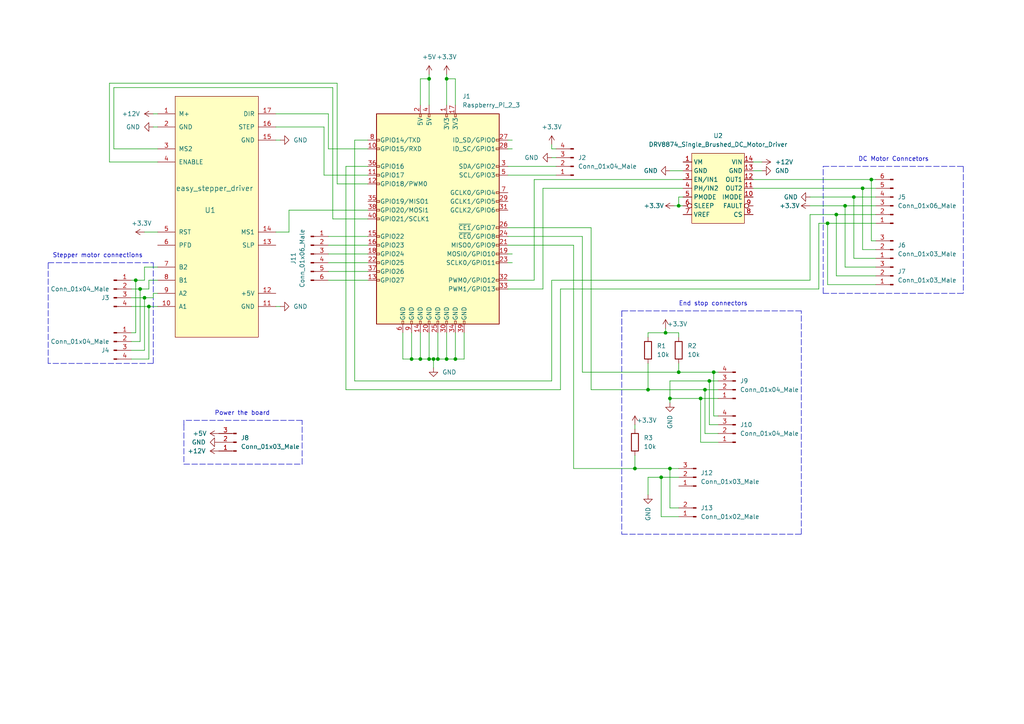
<source format=kicad_sch>
(kicad_sch (version 20211123) (generator eeschema)
  (paper "A4")
  (lib_symbols
    (symbol "Connector:Conn_01x02_Male" (pin_names (offset 1.016) hide)
      (property "Reference" "J" (at 0 2.54 0))
      (property "Value" "Conn_01x02_Male" (at 0 -5.08 0))
      (symbol "Conn_01x02_Male_1_1"
        (polyline (pts (xy 1.27 -2.54) (xy 0.8636 -2.54)) (stroke (width 0.1524)))
        (polyline (pts (xy 1.27 0) (xy 0.8636 0)) (stroke (width 0.1524)))
        (rectangle (start 0.8636 -2.413) (end 0 -2.667) (stroke (width 0.1524)) (fill (type outline)))
        (rectangle (start 0.8636 0.127) (end 0 -0.127) (stroke (width 0.1524)) (fill (type outline)))
        (pin passive line (at 5.08 0 180) (length 3.81) (name "Pin_1") (number "1"))
        (pin passive line (at 5.08 -2.54 180) (length 3.81) (name "Pin_2") (number "2"))
      )
    )
    (symbol "Connector:Conn_01x03_Male" (pin_names (offset 1.016) hide)
      (property "Reference" "J" (at 0 5.08 0))
      (property "Value" "Conn_01x03_Male" (at 0 -5.08 0))
      (symbol "Conn_01x03_Male_1_1"
        (polyline (pts (xy 1.27 -2.54) (xy 0.8636 -2.54)) (stroke (width 0.1524)))
        (polyline (pts (xy 1.27 0) (xy 0.8636 0)) (stroke (width 0.1524)))
        (polyline (pts (xy 1.27 2.54) (xy 0.8636 2.54)) (stroke (width 0.1524)))
        (rectangle (start 0.8636 -2.413) (end 0 -2.667) (stroke (width 0.1524)) (fill (type outline)))
        (rectangle (start 0.8636 0.127) (end 0 -0.127) (stroke (width 0.1524)) (fill (type outline)))
        (rectangle (start 0.8636 2.667) (end 0 2.413) (stroke (width 0.1524)) (fill (type outline)))
        (pin passive line (at 5.08 2.54 180) (length 3.81) (name "Pin_1") (number "1"))
        (pin passive line (at 5.08 0 180) (length 3.81) (name "Pin_2") (number "2"))
        (pin passive line (at 5.08 -2.54 180) (length 3.81) (name "Pin_3") (number "3"))
      )
    )
    (symbol "Connector:Conn_01x04_Male" (pin_names (offset 1.016) hide)
      (property "Reference" "J" (at 0 5.08 0))
      (property "Value" "Conn_01x04_Male" (at 0 -7.62 0))
      (symbol "Conn_01x04_Male_1_1"
        (polyline (pts (xy 1.27 -5.08) (xy 0.8636 -5.08)) (stroke (width 0.1524)))
        (polyline (pts (xy 1.27 -2.54) (xy 0.8636 -2.54)) (stroke (width 0.1524)))
        (polyline (pts (xy 1.27 0) (xy 0.8636 0)) (stroke (width 0.1524)))
        (polyline (pts (xy 1.27 2.54) (xy 0.8636 2.54)) (stroke (width 0.1524)))
        (rectangle (start 0.8636 -4.953) (end 0 -5.207) (stroke (width 0.1524)) (fill (type outline)))
        (rectangle (start 0.8636 -2.413) (end 0 -2.667) (stroke (width 0.1524)) (fill (type outline)))
        (rectangle (start 0.8636 0.127) (end 0 -0.127) (stroke (width 0.1524)) (fill (type outline)))
        (rectangle (start 0.8636 2.667) (end 0 2.413) (stroke (width 0.1524)) (fill (type outline)))
        (pin passive line (at 5.08 2.54 180) (length 3.81) (name "Pin_1") (number "1"))
        (pin passive line (at 5.08 0 180) (length 3.81) (name "Pin_2") (number "2"))
        (pin passive line (at 5.08 -2.54 180) (length 3.81) (name "Pin_3") (number "3"))
        (pin passive line (at 5.08 -5.08 180) (length 3.81) (name "Pin_4") (number "4"))
      )
    )
    (symbol "Connector:Conn_01x06_Male" (pin_names (offset 1.016) hide)
      (property "Reference" "J" (at 0 7.62 0))
      (property "Value" "Conn_01x06_Male" (at 0 -10.16 0))
      (symbol "Conn_01x06_Male_1_1"
        (polyline (pts (xy 1.27 -7.62) (xy 0.8636 -7.62)) (stroke (width 0.1524)))
        (polyline (pts (xy 1.27 -5.08) (xy 0.8636 -5.08)) (stroke (width 0.1524)))
        (polyline (pts (xy 1.27 -2.54) (xy 0.8636 -2.54)) (stroke (width 0.1524)))
        (polyline (pts (xy 1.27 0) (xy 0.8636 0)) (stroke (width 0.1524)))
        (polyline (pts (xy 1.27 2.54) (xy 0.8636 2.54)) (stroke (width 0.1524)))
        (polyline (pts (xy 1.27 5.08) (xy 0.8636 5.08)) (stroke (width 0.1524)))
        (rectangle (start 0.8636 -7.493) (end 0 -7.747) (stroke (width 0.1524)) (fill (type outline)))
        (rectangle (start 0.8636 -4.953) (end 0 -5.207) (stroke (width 0.1524)) (fill (type outline)))
        (rectangle (start 0.8636 -2.413) (end 0 -2.667) (stroke (width 0.1524)) (fill (type outline)))
        (rectangle (start 0.8636 0.127) (end 0 -0.127) (stroke (width 0.1524)) (fill (type outline)))
        (rectangle (start 0.8636 2.667) (end 0 2.413) (stroke (width 0.1524)) (fill (type outline)))
        (rectangle (start 0.8636 5.207) (end 0 4.953) (stroke (width 0.1524)) (fill (type outline)))
        (pin passive line (at 5.08 5.08 180) (length 3.81) (name "Pin_1") (number "1"))
        (pin passive line (at 5.08 2.54 180) (length 3.81) (name "Pin_2") (number "2"))
        (pin passive line (at 5.08 0 180) (length 3.81) (name "Pin_3") (number "3"))
        (pin passive line (at 5.08 -2.54 180) (length 3.81) (name "Pin_4") (number "4"))
        (pin passive line (at 5.08 -5.08 180) (length 3.81) (name "Pin_5") (number "5"))
        (pin passive line (at 5.08 -7.62 180) (length 3.81) (name "Pin_6") (number "6"))
      )
    )
    (symbol "Connector:Raspberry_Pi_2_3" (pin_names (offset 1.016))
      (property "Reference" "J" (at -17.78 31.75 0))
      (property "Value" "Raspberry_Pi_2_3" (at 10.16 -31.75 0))
      (symbol "Raspberry_Pi_2_3_0_1"
        (rectangle (start -17.78 30.48) (end 17.78 -30.48) (stroke (width 0.254)) (fill (type background)))
      )
      (symbol "Raspberry_Pi_2_3_1_1"
        (rectangle (start -16.891 -17.526) (end -17.78 -18.034))
        (rectangle (start -16.891 -14.986) (end -17.78 -15.494))
        (rectangle (start -16.891 -12.446) (end -17.78 -12.954))
        (rectangle (start -16.891 -9.906) (end -17.78 -10.414))
        (rectangle (start -16.891 -7.366) (end -17.78 -7.874))
        (rectangle (start -16.891 -4.826) (end -17.78 -5.334))
        (rectangle (start -16.891 0.254) (end -17.78 -0.254))
        (rectangle (start -16.891 2.794) (end -17.78 2.286))
        (rectangle (start -16.891 5.334) (end -17.78 4.826))
        (rectangle (start -16.891 10.414) (end -17.78 9.906))
        (rectangle (start -16.891 12.954) (end -17.78 12.446))
        (rectangle (start -16.891 15.494) (end -17.78 14.986))
        (rectangle (start -16.891 20.574) (end -17.78 20.066))
        (rectangle (start -16.891 23.114) (end -17.78 22.606))
        (rectangle (start -10.414 -29.591) (end -9.906 -30.48))
        (rectangle (start -7.874 -29.591) (end -7.366 -30.48))
        (rectangle (start -5.334 -29.591) (end -4.826 -30.48))
        (rectangle (start -5.334 30.48) (end -4.826 29.591))
        (rectangle (start -2.794 -29.591) (end -2.286 -30.48))
        (rectangle (start -2.794 30.48) (end -2.286 29.591))
        (rectangle (start -0.254 -29.591) (end 0.254 -30.48))
        (rectangle (start 2.286 -29.591) (end 2.794 -30.48))
        (rectangle (start 2.286 30.48) (end 2.794 29.591))
        (rectangle (start 4.826 -29.591) (end 5.334 -30.48))
        (rectangle (start 4.826 30.48) (end 5.334 29.591))
        (rectangle (start 7.366 -29.591) (end 7.874 -30.48))
        (rectangle (start 17.78 -20.066) (end 16.891 -20.574))
        (rectangle (start 17.78 -17.526) (end 16.891 -18.034))
        (rectangle (start 17.78 -12.446) (end 16.891 -12.954))
        (rectangle (start 17.78 -9.906) (end 16.891 -10.414))
        (rectangle (start 17.78 -7.366) (end 16.891 -7.874))
        (rectangle (start 17.78 -4.826) (end 16.891 -5.334))
        (rectangle (start 17.78 -2.286) (end 16.891 -2.794))
        (rectangle (start 17.78 2.794) (end 16.891 2.286))
        (rectangle (start 17.78 5.334) (end 16.891 4.826))
        (rectangle (start 17.78 7.874) (end 16.891 7.366))
        (rectangle (start 17.78 12.954) (end 16.891 12.446))
        (rectangle (start 17.78 15.494) (end 16.891 14.986))
        (rectangle (start 17.78 20.574) (end 16.891 20.066))
        (rectangle (start 17.78 23.114) (end 16.891 22.606))
        (pin power_in line (at 2.54 33.02 270) (length 2.54) (name "3V3") (number "1"))
        (pin bidirectional line (at -20.32 20.32 0) (length 2.54) (name "GPIO15/RXD") (number "10"))
        (pin bidirectional line (at -20.32 12.7 0) (length 2.54) (name "GPIO17") (number "11"))
        (pin bidirectional line (at -20.32 10.16 0) (length 2.54) (name "GPIO18/PWM0") (number "12"))
        (pin bidirectional line (at -20.32 -17.78 0) (length 2.54) (name "GPIO27") (number "13"))
        (pin power_in line (at -5.08 -33.02 90) (length 2.54) (name "GND") (number "14"))
        (pin bidirectional line (at -20.32 -5.08 0) (length 2.54) (name "GPIO22") (number "15"))
        (pin bidirectional line (at -20.32 -7.62 0) (length 2.54) (name "GPIO23") (number "16"))
        (pin power_in line (at 5.08 33.02 270) (length 2.54) (name "3V3") (number "17"))
        (pin bidirectional line (at -20.32 -10.16 0) (length 2.54) (name "GPIO24") (number "18"))
        (pin bidirectional line (at 20.32 -10.16 180) (length 2.54) (name "MOSI0/GPIO10") (number "19"))
        (pin power_in line (at -5.08 33.02 270) (length 2.54) (name "5V") (number "2"))
        (pin power_in line (at -2.54 -33.02 90) (length 2.54) (name "GND") (number "20"))
        (pin bidirectional line (at 20.32 -7.62 180) (length 2.54) (name "MISO0/GPIO9") (number "21"))
        (pin bidirectional line (at -20.32 -12.7 0) (length 2.54) (name "GPIO25") (number "22"))
        (pin bidirectional line (at 20.32 -12.7 180) (length 2.54) (name "SCLK0/GPIO11") (number "23"))
        (pin bidirectional line (at 20.32 -5.08 180) (length 2.54) (name "~{CE0}/GPIO8") (number "24"))
        (pin power_in line (at 0 -33.02 90) (length 2.54) (name "GND") (number "25"))
        (pin bidirectional line (at 20.32 -2.54 180) (length 2.54) (name "~{CE1}/GPIO7") (number "26"))
        (pin bidirectional line (at 20.32 22.86 180) (length 2.54) (name "ID_SD/GPIO0") (number "27"))
        (pin bidirectional line (at 20.32 20.32 180) (length 2.54) (name "ID_SC/GPIO1") (number "28"))
        (pin bidirectional line (at 20.32 5.08 180) (length 2.54) (name "GCLK1/GPIO5") (number "29"))
        (pin bidirectional line (at 20.32 15.24 180) (length 2.54) (name "SDA/GPIO2") (number "3"))
        (pin power_in line (at 2.54 -33.02 90) (length 2.54) (name "GND") (number "30"))
        (pin bidirectional line (at 20.32 2.54 180) (length 2.54) (name "GCLK2/GPIO6") (number "31"))
        (pin bidirectional line (at 20.32 -17.78 180) (length 2.54) (name "PWM0/GPIO12") (number "32"))
        (pin bidirectional line (at 20.32 -20.32 180) (length 2.54) (name "PWM1/GPIO13") (number "33"))
        (pin power_in line (at 5.08 -33.02 90) (length 2.54) (name "GND") (number "34"))
        (pin bidirectional line (at -20.32 5.08 0) (length 2.54) (name "GPIO19/MISO1") (number "35"))
        (pin bidirectional line (at -20.32 15.24 0) (length 2.54) (name "GPIO16") (number "36"))
        (pin bidirectional line (at -20.32 -15.24 0) (length 2.54) (name "GPIO26") (number "37"))
        (pin bidirectional line (at -20.32 2.54 0) (length 2.54) (name "GPIO20/MOSI1") (number "38"))
        (pin power_in line (at 7.62 -33.02 90) (length 2.54) (name "GND") (number "39"))
        (pin power_in line (at -2.54 33.02 270) (length 2.54) (name "5V") (number "4"))
        (pin bidirectional line (at -20.32 0 0) (length 2.54) (name "GPIO21/SCLK1") (number "40"))
        (pin bidirectional line (at 20.32 12.7 180) (length 2.54) (name "SCL/GPIO3") (number "5"))
        (pin power_in line (at -10.16 -33.02 90) (length 2.54) (name "GND") (number "6"))
        (pin bidirectional line (at 20.32 7.62 180) (length 2.54) (name "GCLK0/GPIO4") (number "7"))
        (pin bidirectional line (at -20.32 22.86 0) (length 2.54) (name "GPIO14/TXD") (number "8"))
        (pin power_in line (at -7.62 -33.02 90) (length 2.54) (name "GND") (number "9"))
      )
    )
    (symbol "Custom:DRV8874_Single_Brushed_DC_Motor_Driver"
      (property "Reference" "U" (at 1.27 12.7 0))
      (property "Value" "DRV8874_Single_Brushed_DC_Motor_Driver" (at 1.27 12.7 0))
      (symbol "DRV8874_Single_Brushed_DC_Motor_Driver_0_1"
        (rectangle (start 0 7.62) (end 15.24 -12.7) (fill (type background)))
      )
      (symbol "DRV8874_Single_Brushed_DC_Motor_Driver_1_1"
        (pin input line (at -2.54 5.08 0) (length 2.54) (name "VM") (number "1"))
        (pin input line (at 17.78 -5.08 180) (length 2.54) (name "IMODE") (number "10"))
        (pin input line (at 17.78 -2.54 180) (length 2.54) (name "OUT2") (number "11"))
        (pin input line (at 17.78 0 180) (length 2.54) (name "OUT1") (number "12"))
        (pin input line (at 17.78 2.54 180) (length 2.54) (name "GND") (number "13"))
        (pin input line (at 17.78 5.08 180) (length 2.54) (name "VIN") (number "14"))
        (pin input line (at -2.54 2.54 0) (length 2.54) (name "GND") (number "2"))
        (pin input line (at -2.54 0 0) (length 2.54) (name "EN/IN1") (number "3"))
        (pin input line (at -2.54 -2.54 0) (length 2.54) (name "PH/IN2") (number "4"))
        (pin input line (at -2.54 -5.08 0) (length 2.54) (name "PMODE") (number "5"))
        (pin input inverted (at -2.54 -7.62 0) (length 2.54) (name "SLEEP") (number "6"))
        (pin input line (at -2.54 -10.16 0) (length 2.54) (name "VREF") (number "7"))
        (pin input line (at 17.78 -10.16 180) (length 2.54) (name "CS") (number "8"))
        (pin input inverted (at 17.78 -7.62 180) (length 2.54) (name "FAULT") (number "9"))
      )
    )
    (symbol "Device:R" (pin_numbers hide) (pin_names (offset 0))
      (property "Reference" "R" (at 2.032 0 90))
      (property "Value" "R" (at 0 0 90))
      (symbol "R_0_1"
        (rectangle (start -1.016 -2.54) (end 1.016 2.54) (stroke (width 0.254)))
      )
      (symbol "R_1_1"
        (pin passive line (at 0 3.81 270) (length 1.27) (name "~") (number "1"))
        (pin passive line (at 0 -3.81 90) (length 1.27) (name "~") (number "2"))
      )
    )
    (symbol "easy_stepper_driver:easy_stepper_driver" (pin_names (offset 1.016))
      (property "Reference" "U?" (at -1.27 -1.27 90))
      (property "Value" "easy_stepper_driver" (at -1.27 -7.62 90))
      (symbol "easy_stepper_driver_0_1"
        (rectangle (start -34.29 12.7) (end 35.56 -11.43) (fill (type background)))
      )
      (symbol "easy_stepper_driver_1_1"
        (pin input line (at -29.21 -16.51 90) (length 5.08) (name "M+") (number "1"))
        (pin output line (at 26.67 -16.51 90) (length 5.08) (name "A1") (number "10"))
        (pin input line (at 26.67 17.78 270) (length 5.08) (name "GND") (number "11"))
        (pin input line (at 22.86 17.78 270) (length 5.08) (name "+5V") (number "12"))
        (pin input line (at 8.89 17.78 270) (length 5.08) (name "SLP") (number "13"))
        (pin input line (at 5.08 17.78 270) (length 5.08) (name "MS1") (number "14"))
        (pin input line (at -21.59 17.78 270) (length 5.08) (name "GND") (number "15"))
        (pin input line (at -25.4 17.78 270) (length 5.08) (name "STEP") (number "16"))
        (pin input line (at -29.21 17.78 270) (length 5.08) (name "DIR") (number "17"))
        (pin input line (at -25.4 -16.51 90) (length 5.08) (name "GND") (number "2"))
        (pin input line (at -19.05 -16.51 90) (length 5.08) (name "MS2") (number "3"))
        (pin input line (at -15.24 -16.51 90) (length 5.08) (name "ENABLE") (number "4"))
        (pin input line (at 5.08 -16.51 90) (length 5.08) (name "RST") (number "5"))
        (pin input line (at 8.89 -16.51 90) (length 5.08) (name "PFD") (number "6"))
        (pin output line (at 15.24 -16.51 90) (length 5.08) (name "B2") (number "7"))
        (pin output line (at 19.05 -16.51 90) (length 5.08) (name "B1") (number "8"))
        (pin output line (at 22.86 -16.51 90) (length 5.08) (name "A2") (number "9"))
      )
    )
    (symbol "power:+12V" (power) (pin_names (offset 0))
      (property "Value" "+12V" (at 0 3.556 0))
      (symbol "+12V_0_1"
        (polyline (pts (xy -0.762 1.27) (xy 0 2.54)))
        (polyline (pts (xy 0 0) (xy 0 2.54)))
        (polyline (pts (xy 0 2.54) (xy 0.762 1.27)))
      )
      (symbol "+12V_1_1"
        (pin power_in line (at 0 0 90) (length 0) hide (name "+12V") (number "1"))
      )
    )
    (symbol "power:+3.3V" (power) (pin_names (offset 0))
      (property "Value" "+3.3V" (at 0 3.556 0))
      (symbol "+3.3V_0_1"
        (polyline (pts (xy -0.762 1.27) (xy 0 2.54)))
        (polyline (pts (xy 0 0) (xy 0 2.54)))
        (polyline (pts (xy 0 2.54) (xy 0.762 1.27)))
      )
      (symbol "+3.3V_1_1"
        (pin power_in line (at 0 0 90) (length 0) hide (name "+3.3V") (number "1"))
      )
    )
    (symbol "power:+5V" (power) (pin_names (offset 0))
      (property "Value" "+5V" (at 0 3.556 0))
      (symbol "+5V_0_1"
        (polyline (pts (xy -0.762 1.27) (xy 0 2.54)))
        (polyline (pts (xy 0 0) (xy 0 2.54)))
        (polyline (pts (xy 0 2.54) (xy 0.762 1.27)))
      )
      (symbol "+5V_1_1"
        (pin power_in line (at 0 0 90) (length 0) hide (name "+5V") (number "1"))
      )
    )
    (symbol "power:GND" (power) (pin_names (offset 0))
      (property "Value" "GND" (at 0 -3.81 0))
      (symbol "GND_0_1"
        (polyline (pts (xy 0 0) (xy 0 -1.27) (xy 1.27 -1.27) (xy 0 -2.54) (xy -1.27 -1.27) (xy 0 -1.27)))
      )
      (symbol "GND_1_1"
        (pin power_in line (at 0 0 270) (length 0) hide (name "GND") (number "1"))
      )
    )
  )
  (junction (at 187.96 113.03))
  (junction (at 184.15 135.89))
  (junction (at 124.46 104.14))
  (junction (at 194.31 135.89))
  (junction (at 121.92 104.14))
  (junction (at 40.64 83.82))
  (junction (at 191.77 138.43))
  (junction (at 205.74 110.49))
  (junction (at 129.54 22.86))
  (junction (at 194.31 115.57))
  (junction (at 204.47 113.03))
  (junction (at 247.65 57.15))
  (junction (at 242.57 62.23))
  (junction (at 132.08 104.14))
  (junction (at 250.19 54.61))
  (junction (at 207.01 107.95))
  (junction (at 193.04 96.52))
  (junction (at 240.03 64.77))
  (junction (at 41.91 86.36))
  (junction (at 39.37 81.28))
  (junction (at 127 104.14))
  (junction (at 119.38 104.14))
  (junction (at 203.2 115.57))
  (junction (at 129.54 104.14))
  (junction (at 125.73 104.14))
  (junction (at 124.46 22.86))
  (junction (at 196.85 59.69))
  (junction (at 245.11 59.69))
  (junction (at 252.73 52.07))
  (junction (at 196.85 107.95))
  (junction (at 43.18 88.9))
  (polyline (pts (xy 180.34 90.17) (xy 180.34 100.33)))
  (wire (pts (xy 157.48 54.61) (xy 157.48 83.82)))
  (polyline (pts (xy 238.76 85.09) (xy 279.4 85.09)))
  (wire (pts (xy 218.44 54.61) (xy 250.19 54.61)))
  (wire (pts (xy 252.73 52.07) (xy 252.73 69.85)))
  (wire (pts (xy 43.18 88.9) (xy 38.1 88.9)))
  (wire (pts (xy 102.87 40.64) (xy 106.68 40.64)))
  (polyline (pts (xy 232.41 154.94) (xy 232.41 90.17)))
  (wire (pts (xy 204.47 113.03) (xy 208.28 113.03)))
  (wire (pts (xy 39.37 81.28) (xy 38.1 81.28)))
  (wire (pts (xy 147.32 71.12) (xy 166.37 71.12)))
  (wire (pts (xy 245.11 59.69) (xy 245.11 77.47)))
  (wire (pts (xy 41.91 86.36) (xy 41.91 101.6)))
  (wire (pts (xy 124.46 21.59) (xy 124.46 22.86)))
  (wire (pts (xy 41.91 86.36) (xy 38.1 86.36)))
  (wire (pts (xy 43.18 104.14) (xy 38.1 104.14)))
  (wire (pts (xy 240.03 64.77) (xy 254 64.77)))
  (wire (pts (xy 124.46 22.86) (xy 124.46 30.48)))
  (wire (pts (xy 160.02 45.72) (xy 161.29 45.72)))
  (wire (pts (xy 187.96 96.52) (xy 187.96 97.79)))
  (wire (pts (xy 245.11 59.69) (xy 254 59.69)))
  (wire (pts (xy 96.52 63.5) (xy 106.68 63.5)))
  (wire (pts (xy 234.95 62.23) (xy 242.57 62.23)))
  (wire (pts (xy 207.01 107.95) (xy 208.28 107.95)))
  (wire (pts (xy 205.74 110.49) (xy 205.74 123.19)))
  (wire (pts (xy 80.01 36.83) (xy 93.98 36.83)))
  (wire (pts (xy 41.91 67.31) (xy 45.72 67.31)))
  (wire (pts (xy 250.19 54.61) (xy 250.19 72.39)))
  (wire (pts (xy 250.19 54.61) (xy 254 54.61)))
  (wire (pts (xy 195.58 59.69) (xy 196.85 59.69)))
  (wire (pts (xy 187.96 96.52) (xy 193.04 96.52)))
  (wire (pts (xy 147.32 73.66) (xy 148.59 73.66)))
  (polyline (pts (xy 87.63 134.62) (xy 87.63 121.92)))
  (wire (pts (xy 154.94 81.28) (xy 147.32 81.28)))
  (polyline (pts (xy 53.34 123.19) (xy 53.34 134.62)))
  (wire (pts (xy 97.79 24.13) (xy 31.75 24.13)))
  (wire (pts (xy 193.04 95.25) (xy 193.04 96.52)))
  (wire (pts (xy 168.91 68.58) (xy 168.91 107.95)))
  (wire (pts (xy 95.25 76.2) (xy 106.68 76.2)))
  (wire (pts (xy 218.44 49.53) (xy 220.98 49.53)))
  (wire (pts (xy 83.82 60.96) (xy 106.68 60.96)))
  (wire (pts (xy 116.84 96.52) (xy 116.84 104.14)))
  (wire (pts (xy 97.79 53.34) (xy 106.68 53.34)))
  (wire (pts (xy 95.25 71.12) (xy 106.68 71.12)))
  (wire (pts (xy 43.18 88.9) (xy 43.18 104.14)))
  (wire (pts (xy 44.45 86.36) (xy 41.91 86.36)))
  (wire (pts (xy 187.96 138.43) (xy 191.77 138.43)))
  (polyline (pts (xy 44.45 105.41) (xy 13.97 105.41)))
  (wire (pts (xy 196.85 57.15) (xy 198.12 57.15)))
  (wire (pts (xy 119.38 104.14) (xy 121.92 104.14)))
  (wire (pts (xy 147.32 50.8) (xy 161.29 50.8)))
  (wire (pts (xy 162.56 113.03) (xy 162.56 83.82)))
  (wire (pts (xy 204.47 113.03) (xy 204.47 125.73)))
  (wire (pts (xy 81.28 88.9) (xy 80.01 88.9)))
  (wire (pts (xy 132.08 30.48) (xy 132.08 22.86)))
  (wire (pts (xy 39.37 96.52) (xy 38.1 96.52)))
  (wire (pts (xy 41.91 101.6) (xy 38.1 101.6)))
  (wire (pts (xy 194.31 115.57) (xy 194.31 110.49)))
  (wire (pts (xy 196.85 59.69) (xy 198.12 59.69)))
  (wire (pts (xy 194.31 110.49) (xy 205.74 110.49)))
  (wire (pts (xy 154.94 52.07) (xy 198.12 52.07)))
  (polyline (pts (xy 180.34 154.94) (xy 232.41 154.94)))
  (wire (pts (xy 129.54 96.52) (xy 129.54 104.14)))
  (wire (pts (xy 171.45 113.03) (xy 187.96 113.03)))
  (polyline (pts (xy 44.45 76.2) (xy 44.45 105.41)))
  (wire (pts (xy 187.96 113.03) (xy 204.47 113.03)))
  (wire (pts (xy 168.91 107.95) (xy 196.85 107.95)))
  (wire (pts (xy 193.04 96.52) (xy 196.85 96.52)))
  (wire (pts (xy 218.44 52.07) (xy 252.73 52.07)))
  (wire (pts (xy 45.72 85.09) (xy 44.45 85.09)))
  (wire (pts (xy 194.31 115.57) (xy 203.2 115.57)))
  (wire (pts (xy 147.32 83.82) (xy 157.48 83.82)))
  (polyline (pts (xy 180.34 90.17) (xy 180.34 154.94)))
  (polyline (pts (xy 232.41 90.17) (xy 180.34 90.17)))
  (wire (pts (xy 191.77 149.86) (xy 191.77 138.43)))
  (wire (pts (xy 196.85 97.79) (xy 196.85 96.52)))
  (wire (pts (xy 81.28 40.64) (xy 80.01 40.64)))
  (wire (pts (xy 93.98 36.83) (xy 93.98 50.8)))
  (wire (pts (xy 234.95 59.69) (xy 245.11 59.69)))
  (wire (pts (xy 247.65 57.15) (xy 247.65 74.93)))
  (wire (pts (xy 194.31 135.89) (xy 184.15 135.89)))
  (polyline (pts (xy 13.97 105.41) (xy 13.97 76.2)))
  (wire (pts (xy 147.32 43.18) (xy 148.59 43.18)))
  (wire (pts (xy 83.82 60.96) (xy 83.82 67.31)))
  (wire (pts (xy 160.02 43.18) (xy 160.02 41.91)))
  (wire (pts (xy 203.2 115.57) (xy 208.28 115.57)))
  (wire (pts (xy 96.52 63.5) (xy 96.52 25.4)))
  (polyline (pts (xy 13.97 76.2) (xy 44.45 76.2)))
  (wire (pts (xy 194.31 147.32) (xy 194.31 135.89)))
  (wire (pts (xy 234.95 57.15) (xy 247.65 57.15)))
  (wire (pts (xy 100.33 48.26) (xy 100.33 113.03)))
  (wire (pts (xy 43.18 81.28) (xy 43.18 83.82)))
  (wire (pts (xy 119.38 96.52) (xy 119.38 104.14)))
  (wire (pts (xy 147.32 40.64) (xy 148.59 40.64)))
  (wire (pts (xy 116.84 104.14) (xy 119.38 104.14)))
  (wire (pts (xy 40.64 83.82) (xy 40.64 99.06)))
  (wire (pts (xy 125.73 106.68) (xy 125.73 104.14)))
  (wire (pts (xy 45.72 33.02) (xy 44.45 33.02)))
  (wire (pts (xy 95.25 73.66) (xy 106.68 73.66)))
  (wire (pts (xy 129.54 104.14) (xy 132.08 104.14)))
  (wire (pts (xy 191.77 138.43) (xy 196.85 138.43)))
  (wire (pts (xy 196.85 107.95) (xy 207.01 107.95)))
  (wire (pts (xy 162.56 83.82) (xy 237.49 83.82)))
  (wire (pts (xy 208.28 123.19) (xy 205.74 123.19)))
  (wire (pts (xy 44.45 85.09) (xy 44.45 86.36)))
  (wire (pts (xy 45.72 81.28) (xy 43.18 81.28)))
  (wire (pts (xy 121.92 22.86) (xy 124.46 22.86)))
  (wire (pts (xy 96.52 25.4) (xy 33.02 25.4)))
  (wire (pts (xy 187.96 105.41) (xy 187.96 113.03)))
  (wire (pts (xy 242.57 80.01) (xy 254 80.01)))
  (wire (pts (xy 95.25 33.02) (xy 95.25 43.18)))
  (wire (pts (xy 147.32 76.2) (xy 148.59 76.2)))
  (wire (pts (xy 39.37 81.28) (xy 39.37 96.52)))
  (wire (pts (xy 33.02 25.4) (xy 33.02 43.18)))
  (wire (pts (xy 129.54 22.86) (xy 129.54 30.48)))
  (wire (pts (xy 95.25 78.74) (xy 106.68 78.74)))
  (wire (pts (xy 129.54 21.59) (xy 129.54 22.86)))
  (wire (pts (xy 31.75 46.99) (xy 45.72 46.99)))
  (polyline (pts (xy 279.4 48.26) (xy 279.4 85.09)))
  (wire (pts (xy 121.92 22.86) (xy 121.92 30.48)))
  (wire (pts (xy 134.62 96.52) (xy 134.62 104.14)))
  (wire (pts (xy 242.57 62.23) (xy 242.57 80.01)))
  (polyline (pts (xy 238.76 85.09) (xy 238.76 48.26)))
  (wire (pts (xy 252.73 52.07) (xy 254 52.07)))
  (wire (pts (xy 97.79 53.34) (xy 97.79 24.13)))
  (wire (pts (xy 100.33 48.26) (xy 106.68 48.26)))
  (wire (pts (xy 218.44 46.99) (xy 220.98 46.99)))
  (wire (pts (xy 127 96.52) (xy 127 104.14)))
  (wire (pts (xy 205.74 110.49) (xy 208.28 110.49)))
  (wire (pts (xy 161.29 43.18) (xy 160.02 43.18)))
  (wire (pts (xy 208.28 128.27) (xy 203.2 128.27)))
  (wire (pts (xy 234.95 81.28) (xy 234.95 62.23)))
  (wire (pts (xy 245.11 77.47) (xy 254 77.47)))
  (wire (pts (xy 196.85 59.69) (xy 196.85 57.15)))
  (wire (pts (xy 43.18 83.82) (xy 40.64 83.82)))
  (wire (pts (xy 45.72 88.9) (xy 43.18 88.9)))
  (wire (pts (xy 95.25 43.18) (xy 106.68 43.18)))
  (wire (pts (xy 45.72 77.47) (xy 41.91 77.47)))
  (wire (pts (xy 237.49 64.77) (xy 240.03 64.77)))
  (wire (pts (xy 207.01 120.65) (xy 207.01 107.95)))
  (wire (pts (xy 208.28 125.73) (xy 204.47 125.73)))
  (wire (pts (xy 147.32 66.04) (xy 171.45 66.04)))
  (wire (pts (xy 196.85 147.32) (xy 194.31 147.32)))
  (wire (pts (xy 240.03 64.77) (xy 240.03 82.55)))
  (wire (pts (xy 33.02 43.18) (xy 45.72 43.18)))
  (wire (pts (xy 40.64 99.06) (xy 38.1 99.06)))
  (wire (pts (xy 194.31 116.84) (xy 194.31 115.57)))
  (wire (pts (xy 250.19 72.39) (xy 254 72.39)))
  (wire (pts (xy 132.08 96.52) (xy 132.08 104.14)))
  (wire (pts (xy 194.31 49.53) (xy 198.12 49.53)))
  (wire (pts (xy 252.73 69.85) (xy 254 69.85)))
  (wire (pts (xy 171.45 66.04) (xy 171.45 113.03)))
  (wire (pts (xy 196.85 149.86) (xy 191.77 149.86)))
  (wire (pts (xy 198.12 54.61) (xy 157.48 54.61)))
  (wire (pts (xy 95.25 81.28) (xy 106.68 81.28)))
  (wire (pts (xy 242.57 62.23) (xy 254 62.23)))
  (wire (pts (xy 102.87 110.49) (xy 102.87 40.64)))
  (wire (pts (xy 127 104.14) (xy 129.54 104.14)))
  (wire (pts (xy 196.85 135.89) (xy 194.31 135.89)))
  (wire (pts (xy 166.37 71.12) (xy 166.37 135.89)))
  (wire (pts (xy 41.91 77.47) (xy 41.91 81.28)))
  (wire (pts (xy 124.46 104.14) (xy 125.73 104.14)))
  (wire (pts (xy 240.03 82.55) (xy 254 82.55)))
  (wire (pts (xy 40.64 83.82) (xy 38.1 83.82)))
  (wire (pts (xy 80.01 33.02) (xy 95.25 33.02)))
  (wire (pts (xy 41.91 81.28) (xy 39.37 81.28)))
  (wire (pts (xy 208.28 120.65) (xy 207.01 120.65)))
  (wire (pts (xy 83.82 67.31) (xy 80.01 67.31)))
  (wire (pts (xy 154.94 52.07) (xy 154.94 81.28)))
  (wire (pts (xy 247.65 74.93) (xy 254 74.93)))
  (wire (pts (xy 196.85 105.41) (xy 196.85 107.95)))
  (polyline (pts (xy 87.63 121.92) (xy 53.34 121.92)))
  (wire (pts (xy 121.92 104.14) (xy 124.46 104.14)))
  (wire (pts (xy 124.46 96.52) (xy 124.46 104.14)))
  (wire (pts (xy 184.15 123.19) (xy 184.15 124.46)))
  (wire (pts (xy 237.49 83.82) (xy 237.49 64.77)))
  (wire (pts (xy 44.45 36.83) (xy 45.72 36.83)))
  (wire (pts (xy 234.95 81.28) (xy 160.02 81.28)))
  (polyline (pts (xy 53.34 134.62) (xy 87.63 134.62)))
  (wire (pts (xy 129.54 22.86) (xy 132.08 22.86)))
  (wire (pts (xy 147.32 68.58) (xy 168.91 68.58)))
  (wire (pts (xy 160.02 110.49) (xy 102.87 110.49)))
  (polyline (pts (xy 238.76 48.26) (xy 279.4 48.26)))
  (wire (pts (xy 121.92 96.52) (xy 121.92 104.14)))
  (wire (pts (xy 247.65 57.15) (xy 254 57.15)))
  (polyline (pts (xy 53.34 121.92) (xy 53.34 123.19)))
  (wire (pts (xy 132.08 104.14) (xy 134.62 104.14)))
  (wire (pts (xy 187.96 143.51) (xy 187.96 138.43)))
  (wire (pts (xy 203.2 128.27) (xy 203.2 115.57)))
  (wire (pts (xy 31.75 24.13) (xy 31.75 46.99)))
  (wire (pts (xy 147.32 48.26) (xy 161.29 48.26)))
  (wire (pts (xy 160.02 81.28) (xy 160.02 110.49)))
  (wire (pts (xy 184.15 135.89) (xy 184.15 132.08)))
  (wire (pts (xy 166.37 135.89) (xy 184.15 135.89)))
  (wire (pts (xy 125.73 104.14) (xy 127 104.14)))
  (wire (pts (xy 93.98 50.8) (xy 106.68 50.8)))
  (wire (pts (xy 95.25 68.58) (xy 106.68 68.58)))
  (wire (pts (xy 100.33 113.03) (xy 162.56 113.03)))
  (text "Power the board\n" (at 62.23 120.65 0) (effects (font (size 1.27 1.27)) (justify left bottom)))
  (text "DC Motor Conncetors\n" (at 248.92 46.99 0) (effects (font (size 1.27 1.27)) (justify left bottom)))
  (text "End stop connectors\n" (at 196.85 88.9 0) (effects (font (size 1.27 1.27)) (justify left bottom)))
  (text "Stepper motor connections\n" (at 15.24 74.93 0) (effects (font (size 1.27 1.27)) (justify left bottom)))
  (symbol (lib_id "power:+5V") (at 63.5 125.73 90) (unit 1)
    (property "Reference" "#PWR0118" (effects hide))
    (property "Value" "+5V" (at 55.88 125.73 90) (effects (justify right)))
  )
  (symbol (lib_id "Device:R") (at 187.96 101.6 0) (unit 1)
    (property "Reference" "R1" (at 190.5 100.3299 0) (effects (justify left)))
    (property "Value" "10k" (at 190.5 102.8699 0) (effects (justify left)))
    (property "Footprint" "Resistor_THT:R_Axial_DIN0207_L6.3mm_D2.5mm_P10.16mm_Horizontal" (effects hide))
  )
  (symbol (lib_id "Connector:Conn_01x04_Male") (at 166.37 48.26 180) (unit 1)
    (property "Reference" "J2" (at 167.64 45.7199 0) (effects (justify right)))
    (property "Value" "Conn_01x04_Male" (at 167.64 48.2599 0) (effects (justify right)))
    (property "Footprint" "Connector_PinHeader_2.54mm:PinHeader_1x04_P2.54mm_Vertical" (effects hide))
  )
  (symbol (lib_id "power:GND") (at 44.45 36.83 270) (unit 1)
    (property "Reference" "#PWR0101" (effects hide))
    (property "Value" "GND" (at 40.64 36.8299 90) (effects (justify right)))
  )
  (symbol (lib_id "Connector:Conn_01x06_Male") (at 259.08 59.69 180) (unit 1)
    (property "Reference" "J5" (at 260.35 57.1499 0) (effects (justify right)))
    (property "Value" "Conn_01x06_Male" (at 260.35 59.6899 0) (effects (justify right)))
    (property "Footprint" "Connector_PinHeader_2.54mm:PinHeader_1x06_P2.54mm_Vertical" (effects hide))
  )
  (symbol (lib_id "power:+3.3V") (at 184.15 123.19 0) (unit 1)
    (property "Reference" "#PWR0123" (effects hide))
    (property "Value" "+3.3V" (at 190.5 121.92 0) (effects (justify right)))
  )
  (symbol (lib_id "power:GND") (at 220.98 49.53 90) (unit 1)
    (property "Reference" "#PWR0111" (effects hide))
    (property "Value" "GND" (at 224.79 49.5299 90) (effects (justify right)))
  )
  (symbol (lib_id "power:GND") (at 81.28 40.64 90) (unit 1)
    (property "Reference" "#PWR0104" (effects hide))
    (property "Value" "GND" (at 85.09 40.6401 90) (effects (justify right)))
  )
  (symbol (lib_id "Connector:Conn_01x03_Male") (at 201.93 138.43 180) (unit 1)
    (property "Reference" "J12" (at 203.2 137.1599 0) (effects (justify right)))
    (property "Value" "Conn_01x03_Male" (at 203.2 139.6999 0) (effects (justify right)))
    (property "Footprint" "Connector_Phoenix_MC:PhoenixContact_MC_1,5_3-G-3.5_1x03_P3.50mm_Horizontal" (effects hide))
  )
  (symbol (lib_id "power:GND") (at 63.5 128.27 270) (unit 1)
    (property "Reference" "#PWR0119" (effects hide))
    (property "Value" "GND" (at 59.69 128.2701 90) (effects (justify right)))
  )
  (symbol (lib_id "power:+12V") (at 63.5 130.81 90) (unit 1)
    (property "Reference" "#PWR0117" (effects hide))
    (property "Value" "+12V" (at 59.69 130.8101 90) (effects (justify left)))
  )
  (symbol (lib_id "power:GND") (at 125.73 106.68 0) (unit 1)
    (property "Reference" "#PWR0109" (effects hide))
    (property "Value" "GND" (at 128.27 107.9499 0) (effects (justify left)))
  )
  (symbol (lib_id "easy_stepper_driver:easy_stepper_driver") (at 62.23 62.23 270) (unit 1)
    (property "Reference" "U1" (at 60.96 60.96 90) (effects (font (size 1.524 1.524))))
    (property "Value" "easy_stepper_driver" (at 62.23 54.61 90) (effects (font (size 1.524 1.524))))
    (property "Footprint" "easy_stepper_driver:easy_stepper_driver" (effects hide))
  )
  (symbol (lib_id "Connector:Conn_01x03_Male") (at 259.08 80.01 180) (unit 1)
    (property "Reference" "J7" (at 260.35 78.7399 0) (effects (justify right)))
    (property "Value" "Conn_01x03_Male" (at 260.35 81.2799 0) (effects (justify right)))
    (property "Footprint" "Connector_Phoenix_MC:PhoenixContact_MC_1,5_3-G-3.5_1x03_P3.50mm_Horizontal" (effects hide))
  )
  (symbol (lib_id "power:+3.3V") (at 129.54 21.59 0) (unit 1)
    (property "Reference" "#PWR0107" (effects hide))
    (property "Value" "+3.3V" (at 129.54 16.51 0))
  )
  (symbol (lib_id "power:GND") (at 194.31 116.84 0) (unit 1)
    (property "Reference" "#PWR0121" (effects hide))
    (property "Value" "GND" (at 194.31 124.46 90) (effects (justify left)))
  )
  (symbol (lib_id "power:+12V") (at 220.98 46.99 270) (unit 1)
    (property "Reference" "#PWR0112" (effects hide))
    (property "Value" "+12V" (at 224.79 46.9899 90) (effects (justify left)))
  )
  (symbol (lib_id "Connector:Conn_01x04_Male") (at 213.36 113.03 180) (unit 1)
    (property "Reference" "J9" (at 214.63 110.4899 0) (effects (justify right)))
    (property "Value" "Conn_01x04_Male" (at 214.63 113.0299 0) (effects (justify right)))
    (property "Footprint" "Connector_Phoenix_MC:PhoenixContact_MC_1,5_4-G-3.5_1x04_P3.50mm_Horizontal" (effects hide))
  )
  (symbol (lib_id "power:+3.3V") (at 234.95 59.69 90) (unit 1)
    (property "Reference" "#PWR0115" (effects hide))
    (property "Value" "+3.3V" (at 226.06 59.69 90) (effects (justify right)))
  )
  (symbol (lib_id "Connector:Conn_01x03_Male") (at 259.08 72.39 180) (unit 1)
    (property "Reference" "J6" (at 260.35 71.1199 0) (effects (justify right)))
    (property "Value" "Conn_01x03_Male" (at 260.35 73.6599 0) (effects (justify right)))
    (property "Footprint" "Connector_Phoenix_MC:PhoenixContact_MC_1,5_3-G-3.5_1x03_P3.50mm_Horizontal" (effects hide))
  )
  (symbol (lib_id "power:GND") (at 194.31 49.53 270) (unit 1)
    (property "Reference" "#PWR0110" (effects hide))
    (property "Value" "GND" (at 186.69 49.53 90) (effects (justify left)))
  )
  (symbol (lib_id "power:+3.3V") (at 160.02 41.91 0) (unit 1)
    (property "Reference" "#PWR0106" (effects hide))
    (property "Value" "+3.3V" (at 160.02 36.83 0))
  )
  (symbol (lib_id "power:+5V") (at 124.46 21.59 0) (unit 1)
    (property "Reference" "#PWR0108" (effects hide))
    (property "Value" "+5V" (at 124.46 16.51 0))
  )
  (symbol (lib_id "power:+3.3V") (at 195.58 59.69 90) (unit 1)
    (property "Reference" "#PWR0113" (effects hide))
    (property "Value" "+3.3V" (at 186.69 59.69 90) (effects (justify right)))
  )
  (symbol (lib_id "Device:R") (at 184.15 128.27 0) (unit 1)
    (property "Reference" "R3" (at 186.69 126.9999 0) (effects (justify left)))
    (property "Value" "10k" (at 186.69 129.5399 0) (effects (justify left)))
    (property "Footprint" "Resistor_THT:R_Axial_DIN0207_L6.3mm_D2.5mm_P10.16mm_Horizontal" (effects hide))
  )
  (symbol (lib_id "power:GND") (at 160.02 45.72 270) (unit 1)
    (property "Reference" "#PWR0105" (effects hide))
    (property "Value" "GND" (at 156.21 45.7199 90) (effects (justify right)))
  )
  (symbol (lib_id "Device:R") (at 196.85 101.6 0) (unit 1)
    (property "Reference" "R2" (at 199.39 100.3299 0) (effects (justify left)))
    (property "Value" "10k" (at 199.39 102.8699 0) (effects (justify left)))
    (property "Footprint" "Resistor_THT:R_Axial_DIN0207_L6.3mm_D2.5mm_P10.16mm_Horizontal" (effects hide))
  )
  (symbol (lib_id "power:+3.3V") (at 193.04 95.25 0) (unit 1)
    (property "Reference" "#PWR0120" (effects hide))
    (property "Value" "+3.3V" (at 199.39 93.98 0) (effects (justify right)))
  )
  (symbol (lib_id "power:+12V") (at 44.45 33.02 90) (unit 1)
    (property "Reference" "#PWR0102" (effects hide))
    (property "Value" "+12V" (at 40.64 33.0201 90) (effects (justify left)))
  )
  (symbol (lib_id "Connector:Raspberry_Pi_2_3") (at 127 63.5 0) (unit 1)
    (property "Reference" "J1" (at 134.0994 27.94 0) (effects (justify left)))
    (property "Value" "Raspberry_Pi_2_3" (at 134.0994 30.48 0) (effects (justify left)))
    (property "Footprint" "Connector_PinHeader_2.54mm:PinHeader_2x20_P2.54mm_Vertical" (effects hide))
    (property "Datasheet" "https://www.raspberrypi.org/documentation/hardware/raspberrypi/schematics/rpi_SCH_3bplus_1p0_reduced.pdf" (effects hide))
  )
  (symbol (lib_id "Connector:Conn_01x04_Male") (at 213.36 125.73 180) (unit 1)
    (property "Reference" "J10" (at 214.63 123.1899 0) (effects (justify right)))
    (property "Value" "Conn_01x04_Male" (at 214.63 125.7299 0) (effects (justify right)))
    (property "Footprint" "Connector_PinHeader_2.54mm:PinHeader_1x04_P2.54mm_Vertical" (effects hide))
  )
  (symbol (lib_id "Connector:Conn_01x04_Male") (at 33.02 99.06 0) (unit 1)
    (property "Reference" "J4" (at 31.75 101.6001 0) (effects (justify right)))
    (property "Value" "Conn_01x04_Male" (at 31.75 99.0601 0) (effects (justify right)))
    (property "Footprint" "Connector_PinHeader_2.54mm:PinHeader_1x04_P2.54mm_Vertical" (effects hide))
  )
  (symbol (lib_id "Connector:Conn_01x03_Male") (at 68.58 128.27 180) (unit 1)
    (property "Reference" "J8" (at 69.85 126.9999 0) (effects (justify right)))
    (property "Value" "Conn_01x03_Male" (at 69.85 129.5399 0) (effects (justify right)))
    (property "Footprint" "Connector_Phoenix_MC:PhoenixContact_MC_1,5_3-G-3.5_1x03_P3.50mm_Horizontal" (effects hide))
  )
  (symbol (lib_id "power:GND") (at 187.96 143.51 0) (unit 1)
    (property "Reference" "#PWR0122" (effects hide))
    (property "Value" "GND" (at 187.96 151.13 90) (effects (justify left)))
  )
  (symbol (lib_id "Connector:Conn_01x04_Male") (at 33.02 83.82 0) (unit 1)
    (property "Reference" "J3" (at 31.75 86.3601 0) (effects (justify right)))
    (property "Value" "Conn_01x04_Male" (at 31.75 83.8201 0) (effects (justify right)))
    (property "Footprint" "Connector_Phoenix_MC:PhoenixContact_MC_1,5_4-G-3.5_1x04_P3.50mm_Horizontal" (effects hide))
  )
  (symbol (lib_id "Connector:Conn_01x06_Male") (at 90.17 73.66 0) (unit 1)
    (property "Reference" "J11" (at 85.09 74.93 90))
    (property "Value" "Conn_01x06_Male" (at 87.63 74.93 90))
    (property "Footprint" "Connector_PinHeader_2.54mm:PinHeader_1x06_P2.54mm_Vertical" (effects hide))
  )
  (symbol (lib_id "power:GND") (at 234.95 57.15 270) (unit 1)
    (property "Reference" "#PWR0114" (effects hide))
    (property "Value" "GND" (at 227.33 57.15 90) (effects (justify left)))
  )
  (symbol (lib_id "Custom:DRV8874_Single_Brushed_DC_Motor_Driver") (at 200.66 52.07 0) (unit 1)
    (property "Reference" "U2" (at 208.28 39.37 0))
    (property "Value" "DRV8874_Single_Brushed_DC_Motor_Driver" (at 208.28 41.91 0))
    (property "Footprint" "Custom:DRV8874 Single Brushed DC Motor Driver" (effects hide))
  )
  (symbol (lib_id "Connector:Conn_01x02_Male") (at 201.93 149.86 180) (unit 1)
    (property "Reference" "J13" (at 203.2 147.3199 0) (effects (justify right)))
    (property "Value" "Conn_01x02_Male" (at 203.2 149.8599 0) (effects (justify right)))
    (property "Footprint" "Connector_PinHeader_2.54mm:PinHeader_1x02_P2.54mm_Vertical" (effects hide))
  )
  (symbol (lib_id "power:+3.3V") (at 41.91 67.31 90) (unit 1)
    (property "Reference" "#PWR0116" (effects hide))
    (property "Value" "+3.3V" (at 38.1 64.77 90) (effects (justify right)))
  )
  (symbol (lib_id "power:GND") (at 81.28 88.9 90) (unit 1)
    (property "Reference" "#PWR0103" (effects hide))
    (property "Value" "GND" (at 85.09 88.9001 90) (effects (justify right)))
  )
)
</source>
